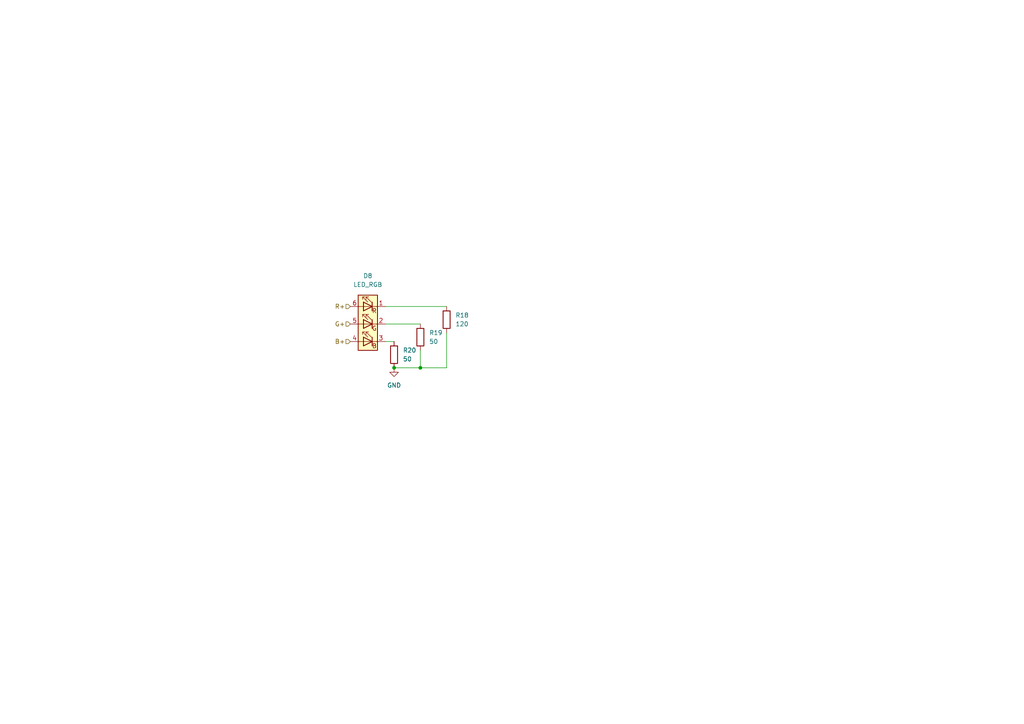
<source format=kicad_sch>
(kicad_sch (version 20250114) (generator "eeschema") (generator_version "9.0")
  (paper "A4")
  (lib_symbols
    (symbol "Device:LED_RGB" (pin_names (offset 0) (hide yes))
      (property "Reference" "D" (at 0 9.398 0))
      (property "Value" "LED_RGB" (at 0 -8.89 0))
      (symbol "LED_RGB_0_0"
        (text "R" (at -1.905 3.81 0) (effects (font (size 1.27 1.27))))
        (text "G" (at -1.905 -1.27 0) (effects (font (size 1.27 1.27))))
        (text "B" (at -1.905 -6.35 0) (effects (font (size 1.27 1.27))))
      )
      (symbol "LED_RGB_0_1"
        (polyline (pts (xy -1.27 6.35) (xy -1.27 3.81)) (stroke (width 0.254)))
        (polyline (pts (xy -1.27 6.35) (xy -1.27 3.81) (xy -1.27 3.81)))
        (polyline (pts (xy -1.27 5.08) (xy -2.54 5.08)))
        (polyline (pts (xy -1.27 5.08) (xy 1.27 5.08)))
        (polyline (pts (xy -1.27 1.27) (xy -1.27 -1.27)) (stroke (width 0.254)))
        (polyline (pts (xy -1.27 1.27) (xy -1.27 -1.27) (xy -1.27 -1.27)))
        (polyline (pts (xy -1.27 0) (xy -2.54 0)))
        (polyline (pts (xy -1.27 -3.81) (xy -1.27 -6.35)) (stroke (width 0.254)))
        (polyline (pts (xy -1.27 -5.08) (xy -2.54 -5.08)))
        (polyline (pts (xy -1.27 -5.08) (xy 1.27 -5.08)))
        (polyline (pts (xy -1.016 6.35) (xy 0.508 7.874) (xy -0.254 7.874) (xy 0.508 7.874) (xy 0.508 7.112)))
        (polyline (pts (xy -1.016 1.27) (xy 0.508 2.794) (xy -0.254 2.794) (xy 0.508 2.794) (xy 0.508 2.032)))
        (polyline (pts (xy -1.016 -3.81) (xy 0.508 -2.286) (xy -0.254 -2.286) (xy 0.508 -2.286) (xy 0.508 -3.048)))
        (polyline (pts (xy 0 6.35) (xy 1.524 7.874) (xy 0.762 7.874) (xy 1.524 7.874) (xy 1.524 7.112)))
        (polyline (pts (xy 0 1.27) (xy 1.524 2.794) (xy 0.762 2.794) (xy 1.524 2.794) (xy 1.524 2.032)))
        (polyline (pts (xy 0 -3.81) (xy 1.524 -2.286) (xy 0.762 -2.286) (xy 1.524 -2.286) (xy 1.524 -3.048)))
        (polyline (pts (xy 1.27 6.35) (xy 1.27 3.81) (xy -1.27 5.08) (xy 1.27 6.35)) (stroke (width 0.254)))
        (rectangle (start 1.27 6.35) (end 1.27 6.35))
        (polyline (pts (xy 1.27 5.08) (xy 2.54 5.08)))
        (rectangle (start 1.27 3.81) (end 1.27 6.35))
        (polyline (pts (xy 1.27 1.27) (xy 1.27 -1.27) (xy -1.27 0) (xy 1.27 1.27)) (stroke (width 0.254)))
        (rectangle (start 1.27 1.27) (end 1.27 1.27))
        (polyline (pts (xy 1.27 0) (xy -1.27 0)))
        (polyline (pts (xy 1.27 0) (xy 2.54 0)))
        (rectangle (start 1.27 -1.27) (end 1.27 1.27))
        (polyline (pts (xy 1.27 -3.81) (xy 1.27 -6.35) (xy -1.27 -5.08) (xy 1.27 -3.81)) (stroke (width 0.254)))
        (polyline (pts (xy 1.27 -5.08) (xy 2.54 -5.08)))
        (rectangle (start 2.794 8.382) (end -2.794 -7.62) (stroke (width 0.254)) (fill (type background)))
      )
      (symbol "LED_RGB_1_1"
        (pin passive line (at -5.08 5.08 0) (length 2.54) (name "RK") (number "1"))
        (pin passive line (at -5.08 0 0) (length 2.54) (name "GK") (number "2"))
        (pin passive line (at -5.08 -5.08 0) (length 2.54) (name "BK") (number "3"))
        (pin passive line (at 5.08 5.08 180) (length 2.54) (name "RA") (number "6"))
        (pin passive line (at 5.08 0 180) (length 2.54) (name "GA") (number "5"))
        (pin passive line (at 5.08 -5.08 180) (length 2.54) (name "BA") (number "4"))
      )
    )
    (symbol "Device:R" (pin_numbers (hide yes)) (pin_names (offset 0))
      (property "Reference" "R" (at 2.032 0 90))
      (property "Value" "R" (at 0 0 90))
      (symbol "R_0_1"
        (rectangle (start -1.016 -2.54) (end 1.016 2.54) (stroke (width 0.254)))
      )
      (symbol "R_1_1"
        (pin passive line (at 0 3.81 270) (length 1.27) (name "~") (number "1"))
        (pin passive line (at 0 -3.81 90) (length 1.27) (name "~") (number "2"))
      )
    )
    (symbol "power:GND" (power) (pin_numbers (hide yes)) (pin_names (offset 0) (hide yes))
      (property "Value" "GND" (at 0 -3.81 0))
      (symbol "GND_0_1"
        (polyline (pts (xy 0 0) (xy 0 -1.27) (xy 1.27 -1.27) (xy 0 -2.54) (xy -1.27 -1.27) (xy 0 -1.27)))
      )
      (symbol "GND_1_1"
        (pin power_in line (at 0 0 270) (length 0) (name "~") (number "1"))
      )
    )
  )
  (junction (at 114.3 106.68))
  (junction (at 121.92 106.68))
  (wire (pts (xy 111.76 93.98) (xy 121.92 93.98)))
  (wire (pts (xy 121.92 101.6) (xy 121.92 106.68)))
  (wire (pts (xy 111.76 99.06) (xy 114.3 99.06)))
  (wire (pts (xy 129.54 106.68) (xy 121.92 106.68)))
  (wire (pts (xy 121.92 106.68) (xy 114.3 106.68)))
  (wire (pts (xy 111.76 88.9) (xy 129.54 88.9)))
  (wire (pts (xy 129.54 96.52) (xy 129.54 106.68)))
  (hierarchical_label "B+" (shape input) (at 101.6 99.06 180))
  (hierarchical_label "G+" (shape input) (at 101.6 93.98 180))
  (hierarchical_label "R+" (shape input) (at 101.6 88.9 180))
  (symbol (lib_id "Device:R") (at 121.92 97.79 180) (unit 1)
    (property "Reference" "R16" (at 124.46 96.5199 0) (effects (justify right)))
    (property "Value" "50" (at 124.46 99.0599 0) (effects (justify right)))
    (property "Footprint" "Resistor_SMD:R_0603_1608Metric_Pad0.98x0.95mm_HandSolder" (effects (hide yes)))
    (property "Description" "Resistor" (effects (hide yes)))
    (instances (project "LV3-Core" (path "" (reference "R19") (unit 1)) (path "" (reference "R16") (unit 1))))
  )
  (symbol (lib_id "Device:LED_RGB") (at 106.68 93.98 0) (mirror y) (unit 1)
    (property "Reference" "D7" (at 106.68 80.01 0))
    (property "Value" "LED_RGB" (at 106.68 82.55 0))
    (property "Footprint" "LED_SMD:LED_RGB_5050-6" (effects (hide yes)))
    (property "Description" "RGB LED, 6 pin package" (effects (hide yes)))
    (instances (project "LV3-Core" (path "" (reference "D8") (unit 1)) (path "" (reference "D7") (unit 1))))
  )
  (symbol (lib_id "Device:R") (at 114.3 102.87 180) (unit 1)
    (property "Reference" "R17" (at 116.84 101.5999 0) (effects (justify right)))
    (property "Value" "50" (at 116.84 104.1399 0) (effects (justify right)))
    (property "Footprint" "Resistor_SMD:R_0603_1608Metric_Pad0.98x0.95mm_HandSolder" (effects (hide yes)))
    (property "Description" "Resistor" (effects (hide yes)))
    (instances (project "LV3-Core" (path "" (reference "R20") (unit 1)) (path "" (reference "R17") (unit 1))))
  )
  (symbol (lib_id "Device:R") (at 129.54 92.71 180) (unit 1)
    (property "Reference" "R15" (at 132.08 91.4399 0) (effects (justify right)))
    (property "Value" "120" (at 132.08 93.9799 0) (effects (justify right)))
    (property "Footprint" "Resistor_SMD:R_0603_1608Metric_Pad0.98x0.95mm_HandSolder" (effects (hide yes)))
    (property "Description" "Resistor" (effects (hide yes)))
    (instances (project "LV3-Core" (path "" (reference "R18") (unit 1)) (path "" (reference "R15") (unit 1))))
  )
  (symbol (lib_id "power:GND") (at 114.3 106.68 0) (unit 1)
    (property "Reference" "#PWR045" (effects (hide yes)))
    (property "Value" "GND" (at 114.3 111.76 0))
    (property "Description" "Power symbol creates a global label with name \"GND\" , ground" (effects (hide yes)))
    (instances (project "LV3-Core" (path "" (reference "#PWR046") (unit 1)) (path "" (reference "#PWR045") (unit 1))))
  )
)
</source>
